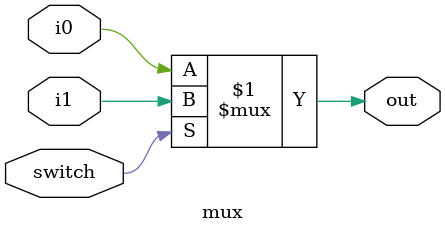
<source format=v>

module mux #(parameter size=1) (input[size-1:0] i0,i1,output[size-1:0] out,input switch);

assign out = (switch? i1:i0);
endmodule
</source>
